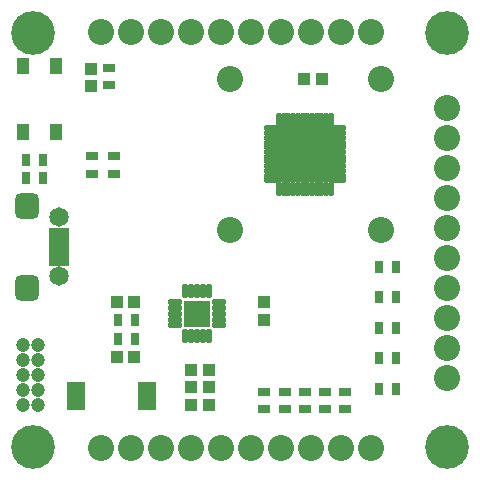
<source format=gts>
G04*
G04 #@! TF.GenerationSoftware,Altium Limited,Altium Designer,19.1.6 (110)*
G04*
G04 Layer_Color=8388736*
%FSLAX25Y25*%
%MOIN*%
G70*
G01*
G75*
%ADD14R,0.03950X0.03950*%
%ADD15R,0.03950X0.05524*%
%ADD16O,0.02142X0.04701*%
%ADD17O,0.04701X0.02142*%
%ADD18R,0.18910X0.18910*%
%ADD19R,0.03950X0.03950*%
%ADD20O,0.02260X0.04819*%
%ADD21O,0.04819X0.02260*%
%ADD22R,0.08595X0.08595*%
%ADD23R,0.05918X0.09461*%
%ADD24R,0.06512X0.02772*%
%ADD25R,0.04343X0.03162*%
%ADD26R,0.03162X0.03950*%
%ADD27R,0.03162X0.04343*%
G04:AMPARAMS|DCode=28|XSize=86.74mil|YSize=82.8mil|CornerRadius=22.7mil|HoleSize=0mil|Usage=FLASHONLY|Rotation=270.000|XOffset=0mil|YOffset=0mil|HoleType=Round|Shape=RoundedRectangle|*
%AMROUNDEDRECTD28*
21,1,0.08674,0.03740,0,0,270.0*
21,1,0.04134,0.08280,0,0,270.0*
1,1,0.04540,-0.01870,-0.02067*
1,1,0.04540,-0.01870,0.02067*
1,1,0.04540,0.01870,0.02067*
1,1,0.04540,0.01870,-0.02067*
%
%ADD28ROUNDEDRECTD28*%
%ADD29C,0.06509*%
%ADD30C,0.08674*%
%ADD31C,0.14580*%
%ADD32C,0.04737*%
%ADD33C,0.03162*%
D14*
X106102Y132480D02*
D03*
X100197D02*
D03*
X43504Y57942D02*
D03*
X37598D02*
D03*
X43504Y39832D02*
D03*
X37598D02*
D03*
X68307Y35501D02*
D03*
X62402D02*
D03*
X68307Y29596D02*
D03*
X62402D02*
D03*
X68307Y23690D02*
D03*
X62402D02*
D03*
D15*
X17323Y114591D02*
D03*
X6299Y136591D02*
D03*
X17323D02*
D03*
X6299Y114591D02*
D03*
D16*
X91732Y95866D02*
D03*
X93307D02*
D03*
X94882D02*
D03*
X96457D02*
D03*
X98032D02*
D03*
X99606D02*
D03*
X101181D02*
D03*
X102756D02*
D03*
X104331D02*
D03*
X105905D02*
D03*
X107480D02*
D03*
X109055D02*
D03*
Y118701D02*
D03*
X107480D02*
D03*
X105905D02*
D03*
X104331D02*
D03*
X102756D02*
D03*
X101181D02*
D03*
X99606D02*
D03*
X98032D02*
D03*
X96457D02*
D03*
X94882D02*
D03*
X93307D02*
D03*
X91732D02*
D03*
D17*
X111811Y98622D02*
D03*
Y100197D02*
D03*
Y101772D02*
D03*
Y103347D02*
D03*
Y104921D02*
D03*
Y106496D02*
D03*
Y108071D02*
D03*
Y109646D02*
D03*
Y111221D02*
D03*
Y112795D02*
D03*
Y114370D02*
D03*
Y115945D02*
D03*
X88976D02*
D03*
Y114370D02*
D03*
Y112795D02*
D03*
Y111221D02*
D03*
Y109646D02*
D03*
Y108071D02*
D03*
Y106496D02*
D03*
Y104921D02*
D03*
Y103347D02*
D03*
Y101772D02*
D03*
Y100197D02*
D03*
Y98622D02*
D03*
D18*
X100394Y107283D02*
D03*
D19*
X86890Y58071D02*
D03*
Y52165D02*
D03*
X29134Y129921D02*
D03*
Y135827D02*
D03*
D20*
X68307Y61584D02*
D03*
X66339D02*
D03*
X64370D02*
D03*
X62402D02*
D03*
X60433D02*
D03*
Y46820D02*
D03*
X62402D02*
D03*
X64370D02*
D03*
X66339D02*
D03*
X68307D02*
D03*
D21*
X56988Y58139D02*
D03*
Y56171D02*
D03*
Y54202D02*
D03*
Y52234D02*
D03*
Y50265D02*
D03*
X71752D02*
D03*
Y52234D02*
D03*
Y54202D02*
D03*
Y56171D02*
D03*
Y58139D02*
D03*
D22*
X64370Y54202D02*
D03*
D23*
X47638Y26575D02*
D03*
X24016D02*
D03*
D24*
X18504Y71328D02*
D03*
Y73887D02*
D03*
Y76446D02*
D03*
Y79005D02*
D03*
Y81564D02*
D03*
D25*
X35039Y136221D02*
D03*
Y130315D02*
D03*
X113779Y22244D02*
D03*
Y28150D02*
D03*
X107057Y22244D02*
D03*
Y28150D02*
D03*
X86890Y22244D02*
D03*
Y28150D02*
D03*
X93612Y22244D02*
D03*
Y28150D02*
D03*
X100335Y22244D02*
D03*
Y28150D02*
D03*
X29331Y100787D02*
D03*
Y106693D02*
D03*
X36614Y100787D02*
D03*
Y106693D02*
D03*
D26*
X125197Y39321D02*
D03*
X130905D02*
D03*
X125197Y49508D02*
D03*
X130905D02*
D03*
X125197Y59695D02*
D03*
X130905D02*
D03*
X125197Y69882D02*
D03*
X130905D02*
D03*
X125197Y29134D02*
D03*
X130905D02*
D03*
X13091Y105512D02*
D03*
X7382D02*
D03*
X13091Y99410D02*
D03*
X7382D02*
D03*
D27*
X43898Y52037D02*
D03*
X37992D02*
D03*
X43898Y45738D02*
D03*
X37992D02*
D03*
D28*
X7874Y62667D02*
D03*
Y90226D02*
D03*
D29*
X18504Y66604D02*
D03*
Y86289D02*
D03*
D30*
X147638Y122835D02*
D03*
Y112835D02*
D03*
Y102835D02*
D03*
Y92835D02*
D03*
Y82835D02*
D03*
Y72835D02*
D03*
Y62835D02*
D03*
Y52835D02*
D03*
Y42835D02*
D03*
Y32835D02*
D03*
X32461Y148031D02*
D03*
X42461D02*
D03*
X52461D02*
D03*
X62461D02*
D03*
X72461D02*
D03*
X82461D02*
D03*
X92461D02*
D03*
X102461D02*
D03*
X112461D02*
D03*
X122461D02*
D03*
X75394Y132480D02*
D03*
Y82087D02*
D03*
X125591D02*
D03*
X125787Y132480D02*
D03*
X122461Y9449D02*
D03*
X112461D02*
D03*
X102461D02*
D03*
X92461D02*
D03*
X82461D02*
D03*
X72461D02*
D03*
X62461D02*
D03*
X52461D02*
D03*
X42461D02*
D03*
X32461D02*
D03*
D31*
X9843Y9843D02*
D03*
X147638D02*
D03*
Y147638D02*
D03*
X9843D02*
D03*
D32*
X11417Y23858D02*
D03*
X6417D02*
D03*
X11417Y28858D02*
D03*
X6417D02*
D03*
X11417Y33858D02*
D03*
X6417D02*
D03*
X11417Y38858D02*
D03*
X6417D02*
D03*
Y43858D02*
D03*
X11417D02*
D03*
D33*
X93898Y100787D02*
D03*
Y105118D02*
D03*
Y109449D02*
D03*
Y113779D02*
D03*
X98228Y100787D02*
D03*
Y105118D02*
D03*
Y109449D02*
D03*
Y113779D02*
D03*
X102559Y100787D02*
D03*
Y105118D02*
D03*
Y109449D02*
D03*
Y113779D02*
D03*
X106890Y100787D02*
D03*
Y105118D02*
D03*
Y109449D02*
D03*
Y113779D02*
D03*
X66535Y56367D02*
D03*
Y52037D02*
D03*
X62205Y56367D02*
D03*
Y52037D02*
D03*
M02*

</source>
